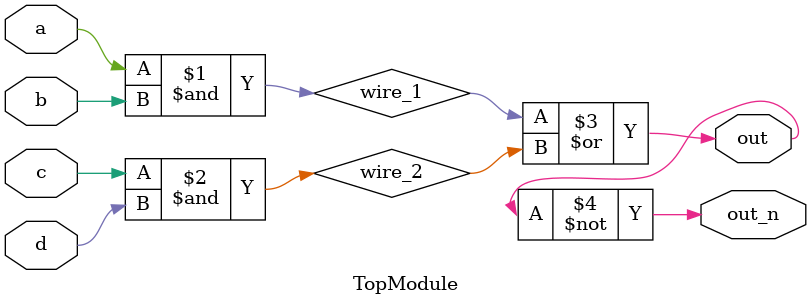
<source format=v>
module TopModule (
  input a,
  input b,
  input c,
  input d,
  output out,
  output out_n
);

  wire wire_1, wire_2;
  assign wire_1 = a & b;
  assign wire_2 = c & d;

  assign out = wire_1 | wire_2;
  assign out_n = ~out;

endmodule


</source>
